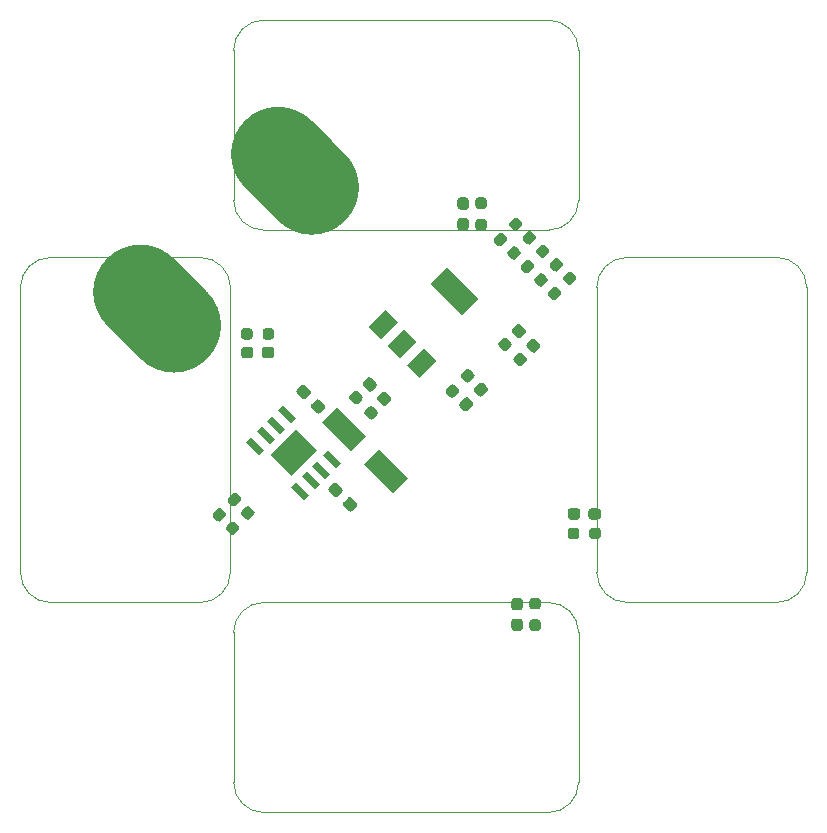
<source format=gbr>
%TF.GenerationSoftware,KiCad,Pcbnew,(5.1.8-0-10_14)*%
%TF.CreationDate,2021-02-16T17:48:47+08:00*%
%TF.ProjectId,batt_board,62617474-5f62-46f6-9172-642e6b696361,rev?*%
%TF.SameCoordinates,Original*%
%TF.FileFunction,Paste,Top*%
%TF.FilePolarity,Positive*%
%FSLAX46Y46*%
G04 Gerber Fmt 4.6, Leading zero omitted, Abs format (unit mm)*
G04 Created by KiCad (PCBNEW (5.1.8-0-10_14)) date 2021-02-16 17:48:47*
%MOMM*%
%LPD*%
G01*
G04 APERTURE LIST*
%ADD10C,0.120000*%
%ADD11C,0.100000*%
G04 APERTURE END LIST*
D10*
%TO.C,J3*%
X106410000Y-99060000D02*
X106410000Y-74930000D01*
X103870000Y-72390000D02*
X91170000Y-72390000D01*
X88630000Y-74930000D02*
X88630000Y-99060000D01*
X91170000Y-101600000D02*
X103870000Y-101600000D01*
X106410000Y-74930000D02*
G75*
G03*
X103870000Y-72390000I-2540000J0D01*
G01*
X91170000Y-72390000D02*
G75*
G03*
X88630000Y-74930000I0J-2540000D01*
G01*
X88630000Y-99060000D02*
G75*
G03*
X91170000Y-101600000I2540000J0D01*
G01*
X103870000Y-101600000D02*
G75*
G03*
X106410000Y-99060000I0J2540000D01*
G01*
%TO.C,J5*%
X109220000Y-70080000D02*
X133350000Y-70080000D01*
X135890000Y-67540000D02*
X135890000Y-54840000D01*
X133350000Y-52300000D02*
X109220000Y-52300000D01*
X106680000Y-54840000D02*
X106680000Y-67540000D01*
X133350000Y-70080000D02*
G75*
G03*
X135890000Y-67540000I0J2540000D01*
G01*
X135890000Y-54840000D02*
G75*
G03*
X133350000Y-52300000I-2540000J0D01*
G01*
X109220000Y-52300000D02*
G75*
G03*
X106680000Y-54840000I0J-2540000D01*
G01*
X106680000Y-67540000D02*
G75*
G03*
X109220000Y-70080000I2540000J0D01*
G01*
%TO.C,J4*%
X137430000Y-74930000D02*
X137430000Y-99060000D01*
X139970000Y-101600000D02*
X152670000Y-101600000D01*
X155210000Y-99060000D02*
X155210000Y-74930000D01*
X152670000Y-72390000D02*
X139970000Y-72390000D01*
X137430000Y-99060000D02*
G75*
G03*
X139970000Y-101600000I2540000J0D01*
G01*
X152670000Y-101600000D02*
G75*
G03*
X155210000Y-99060000I0J2540000D01*
G01*
X155210000Y-74930000D02*
G75*
G03*
X152670000Y-72390000I-2540000J0D01*
G01*
X139970000Y-72390000D02*
G75*
G03*
X137430000Y-74930000I0J-2540000D01*
G01*
%TO.C,J2*%
X109220000Y-119380000D02*
X133350000Y-119380000D01*
X135890000Y-116840000D02*
X135890000Y-104140000D01*
X133350000Y-101600000D02*
X109220000Y-101600000D01*
X106680000Y-104140000D02*
X106680000Y-116840000D01*
X133350000Y-119380000D02*
G75*
G03*
X135890000Y-116840000I0J2540000D01*
G01*
X135890000Y-104140000D02*
G75*
G03*
X133350000Y-101600000I-2540000J0D01*
G01*
X109220000Y-101600000D02*
G75*
G03*
X106680000Y-104140000I0J-2540000D01*
G01*
X106680000Y-116840000D02*
G75*
G03*
X109220000Y-119380000I2540000J0D01*
G01*
%TD*%
%TO.C,J11*%
G36*
G01*
X110462479Y-69294359D02*
X107634051Y-66465931D01*
G75*
G02*
X107634051Y-60809077I2828427J2828427D01*
G01*
X107634051Y-60809077D01*
G75*
G02*
X113290905Y-60809077I2828427J-2828427D01*
G01*
X116119333Y-63637505D01*
G75*
G02*
X116119333Y-69294359I-2828427J-2828427D01*
G01*
X116119333Y-69294359D01*
G75*
G02*
X110462479Y-69294359I-2828427J2828427D01*
G01*
G37*
G36*
G01*
X98788146Y-80968692D02*
X95959718Y-78140264D01*
G75*
G02*
X95959718Y-72483410I2828427J2828427D01*
G01*
X95959718Y-72483410D01*
G75*
G02*
X101616572Y-72483410I2828427J-2828427D01*
G01*
X104445000Y-75311838D01*
G75*
G02*
X104445000Y-80968692I-2828427J-2828427D01*
G01*
X104445000Y-80968692D01*
G75*
G02*
X98788146Y-80968692I-2828427J2828427D01*
G01*
G37*
%TD*%
D11*
%TO.C,U2*%
G36*
X119159491Y-79308478D02*
G01*
X118098831Y-78247818D01*
X119513045Y-76833604D01*
X120573705Y-77894264D01*
X119159491Y-79308478D01*
G37*
G36*
X122412182Y-82561169D02*
G01*
X121351522Y-81500509D01*
X122765736Y-80086295D01*
X123826396Y-81146955D01*
X122412182Y-82561169D01*
G37*
G36*
X120785837Y-80934823D02*
G01*
X119725177Y-79874163D01*
X121139391Y-78459949D01*
X122200051Y-79520609D01*
X120785837Y-80934823D01*
G37*
G36*
X126053782Y-77293224D02*
G01*
X123366776Y-74606218D01*
X124780990Y-73192004D01*
X127467996Y-75879010D01*
X126053782Y-77293224D01*
G37*
%TD*%
%TO.C,U1*%
G36*
X114256087Y-89126274D02*
G01*
X114680351Y-88702010D01*
X115776367Y-89798026D01*
X115352103Y-90222290D01*
X114256087Y-89126274D01*
G37*
G36*
X113358061Y-90024300D02*
G01*
X113782325Y-89600036D01*
X114878341Y-90696052D01*
X114454077Y-91120316D01*
X113358061Y-90024300D01*
G37*
G36*
X112460036Y-90922325D02*
G01*
X112884300Y-90498061D01*
X113980316Y-91594077D01*
X113556052Y-92018341D01*
X112460036Y-90922325D01*
G37*
G36*
X111562010Y-91820351D02*
G01*
X111986274Y-91396087D01*
X113082290Y-92492103D01*
X112658026Y-92916367D01*
X111562010Y-91820351D01*
G37*
G36*
X107743633Y-88001974D02*
G01*
X108167897Y-87577710D01*
X109263913Y-88673726D01*
X108839649Y-89097990D01*
X107743633Y-88001974D01*
G37*
G36*
X108641659Y-87103948D02*
G01*
X109065923Y-86679684D01*
X110161939Y-87775700D01*
X109737675Y-88199964D01*
X108641659Y-87103948D01*
G37*
G36*
X109539684Y-86205923D02*
G01*
X109963948Y-85781659D01*
X111059964Y-86877675D01*
X110635700Y-87301939D01*
X109539684Y-86205923D01*
G37*
G36*
X110437710Y-85307897D02*
G01*
X110861974Y-84883633D01*
X111957990Y-85979649D01*
X111533726Y-86403913D01*
X110437710Y-85307897D01*
G37*
G36*
X109744746Y-89076777D02*
G01*
X111936777Y-86884746D01*
X113775254Y-88723223D01*
X111583223Y-90915254D01*
X109744746Y-89076777D01*
G37*
%TD*%
%TO.C,R13*%
G36*
G01*
X134024542Y-74935582D02*
X134360418Y-75271458D01*
G75*
G02*
X134360418Y-75607334I-167938J-167938D01*
G01*
X134006864Y-75960888D01*
G75*
G02*
X133670988Y-75960888I-167938J167938D01*
G01*
X133335112Y-75625012D01*
G75*
G02*
X133335112Y-75289136I167938J167938D01*
G01*
X133688666Y-74935582D01*
G75*
G02*
X134024542Y-74935582I167938J-167938D01*
G01*
G37*
G36*
G01*
X135315012Y-73645112D02*
X135650888Y-73980988D01*
G75*
G02*
X135650888Y-74316864I-167938J-167938D01*
G01*
X135297334Y-74670418D01*
G75*
G02*
X134961458Y-74670418I-167938J167938D01*
G01*
X134625582Y-74334542D01*
G75*
G02*
X134625582Y-73998666I167938J167938D01*
G01*
X134979136Y-73645112D01*
G75*
G02*
X135315012Y-73645112I167938J-167938D01*
G01*
G37*
%TD*%
%TO.C,R12*%
G36*
G01*
X133818458Y-73527418D02*
X133482582Y-73191542D01*
G75*
G02*
X133482582Y-72855666I167938J167938D01*
G01*
X133836136Y-72502112D01*
G75*
G02*
X134172012Y-72502112I167938J-167938D01*
G01*
X134507888Y-72837988D01*
G75*
G02*
X134507888Y-73173864I-167938J-167938D01*
G01*
X134154334Y-73527418D01*
G75*
G02*
X133818458Y-73527418I-167938J167938D01*
G01*
G37*
G36*
G01*
X132527988Y-74817888D02*
X132192112Y-74482012D01*
G75*
G02*
X132192112Y-74146136I167938J167938D01*
G01*
X132545666Y-73792582D01*
G75*
G02*
X132881542Y-73792582I167938J-167938D01*
G01*
X133217418Y-74128458D01*
G75*
G02*
X133217418Y-74464334I-167938J-167938D01*
G01*
X132863864Y-74817888D01*
G75*
G02*
X132527988Y-74817888I-167938J167938D01*
G01*
G37*
%TD*%
%TO.C,R11*%
G36*
G01*
X132675458Y-72384418D02*
X132339582Y-72048542D01*
G75*
G02*
X132339582Y-71712666I167938J167938D01*
G01*
X132693136Y-71359112D01*
G75*
G02*
X133029012Y-71359112I167938J-167938D01*
G01*
X133364888Y-71694988D01*
G75*
G02*
X133364888Y-72030864I-167938J-167938D01*
G01*
X133011334Y-72384418D01*
G75*
G02*
X132675458Y-72384418I-167938J167938D01*
G01*
G37*
G36*
G01*
X131384988Y-73674888D02*
X131049112Y-73339012D01*
G75*
G02*
X131049112Y-73003136I167938J167938D01*
G01*
X131402666Y-72649582D01*
G75*
G02*
X131738542Y-72649582I167938J-167938D01*
G01*
X132074418Y-72985458D01*
G75*
G02*
X132074418Y-73321334I-167938J-167938D01*
G01*
X131720864Y-73674888D01*
G75*
G02*
X131384988Y-73674888I-167938J167938D01*
G01*
G37*
%TD*%
%TO.C,R10*%
G36*
G01*
X131532458Y-71241418D02*
X131196582Y-70905542D01*
G75*
G02*
X131196582Y-70569666I167938J167938D01*
G01*
X131550136Y-70216112D01*
G75*
G02*
X131886012Y-70216112I167938J-167938D01*
G01*
X132221888Y-70551988D01*
G75*
G02*
X132221888Y-70887864I-167938J-167938D01*
G01*
X131868334Y-71241418D01*
G75*
G02*
X131532458Y-71241418I-167938J167938D01*
G01*
G37*
G36*
G01*
X130241988Y-72531888D02*
X129906112Y-72196012D01*
G75*
G02*
X129906112Y-71860136I167938J167938D01*
G01*
X130259666Y-71506582D01*
G75*
G02*
X130595542Y-71506582I167938J-167938D01*
G01*
X130931418Y-71842458D01*
G75*
G02*
X130931418Y-72178334I-167938J-167938D01*
G01*
X130577864Y-72531888D01*
G75*
G02*
X130241988Y-72531888I-167938J167938D01*
G01*
G37*
%TD*%
%TO.C,R9*%
G36*
G01*
X130389458Y-70098418D02*
X130053582Y-69762542D01*
G75*
G02*
X130053582Y-69426666I167938J167938D01*
G01*
X130407136Y-69073112D01*
G75*
G02*
X130743012Y-69073112I167938J-167938D01*
G01*
X131078888Y-69408988D01*
G75*
G02*
X131078888Y-69744864I-167938J-167938D01*
G01*
X130725334Y-70098418D01*
G75*
G02*
X130389458Y-70098418I-167938J167938D01*
G01*
G37*
G36*
G01*
X129098988Y-71388888D02*
X128763112Y-71053012D01*
G75*
G02*
X128763112Y-70717136I167938J167938D01*
G01*
X129116666Y-70363582D01*
G75*
G02*
X129452542Y-70363582I167938J-167938D01*
G01*
X129788418Y-70699458D01*
G75*
G02*
X129788418Y-71035334I-167938J-167938D01*
G01*
X129434864Y-71388888D01*
G75*
G02*
X129098988Y-71388888I-167938J167938D01*
G01*
G37*
%TD*%
%TO.C,R8*%
G36*
G01*
X130434582Y-80859458D02*
X130770458Y-80523582D01*
G75*
G02*
X131106334Y-80523582I167938J-167938D01*
G01*
X131459888Y-80877136D01*
G75*
G02*
X131459888Y-81213012I-167938J-167938D01*
G01*
X131124012Y-81548888D01*
G75*
G02*
X130788136Y-81548888I-167938J167938D01*
G01*
X130434582Y-81195334D01*
G75*
G02*
X130434582Y-80859458I167938J167938D01*
G01*
G37*
G36*
G01*
X129144112Y-79568988D02*
X129479988Y-79233112D01*
G75*
G02*
X129815864Y-79233112I167938J-167938D01*
G01*
X130169418Y-79586666D01*
G75*
G02*
X130169418Y-79922542I-167938J-167938D01*
G01*
X129833542Y-80258418D01*
G75*
G02*
X129497666Y-80258418I-167938J167938D01*
G01*
X129144112Y-79904864D01*
G75*
G02*
X129144112Y-79568988I167938J167938D01*
G01*
G37*
%TD*%
%TO.C,R7*%
G36*
G01*
X106576958Y-93402918D02*
X106241082Y-93067042D01*
G75*
G02*
X106241082Y-92731166I167938J167938D01*
G01*
X106594636Y-92377612D01*
G75*
G02*
X106930512Y-92377612I167938J-167938D01*
G01*
X107266388Y-92713488D01*
G75*
G02*
X107266388Y-93049364I-167938J-167938D01*
G01*
X106912834Y-93402918D01*
G75*
G02*
X106576958Y-93402918I-167938J167938D01*
G01*
G37*
G36*
G01*
X105286488Y-94693388D02*
X104950612Y-94357512D01*
G75*
G02*
X104950612Y-94021636I167938J167938D01*
G01*
X105304166Y-93668082D01*
G75*
G02*
X105640042Y-93668082I167938J-167938D01*
G01*
X105975918Y-94003958D01*
G75*
G02*
X105975918Y-94339834I-167938J-167938D01*
G01*
X105622364Y-94693388D01*
G75*
G02*
X105286488Y-94693388I-167938J167938D01*
G01*
G37*
%TD*%
%TO.C,R6*%
G36*
G01*
X106771261Y-94812801D02*
X107107137Y-95148677D01*
G75*
G02*
X107107137Y-95484553I-167938J-167938D01*
G01*
X106753583Y-95838107D01*
G75*
G02*
X106417707Y-95838107I-167938J167938D01*
G01*
X106081831Y-95502231D01*
G75*
G02*
X106081831Y-95166355I167938J167938D01*
G01*
X106435385Y-94812801D01*
G75*
G02*
X106771261Y-94812801I167938J-167938D01*
G01*
G37*
G36*
G01*
X108061731Y-93522331D02*
X108397607Y-93858207D01*
G75*
G02*
X108397607Y-94194083I-167938J-167938D01*
G01*
X108044053Y-94547637D01*
G75*
G02*
X107708177Y-94547637I-167938J167938D01*
G01*
X107372301Y-94211761D01*
G75*
G02*
X107372301Y-93875885I167938J167938D01*
G01*
X107725855Y-93522331D01*
G75*
G02*
X108061731Y-93522331I167938J-167938D01*
G01*
G37*
%TD*%
%TO.C,R5*%
G36*
G01*
X126325458Y-82925418D02*
X125989582Y-82589542D01*
G75*
G02*
X125989582Y-82253666I167938J167938D01*
G01*
X126343136Y-81900112D01*
G75*
G02*
X126679012Y-81900112I167938J-167938D01*
G01*
X127014888Y-82235988D01*
G75*
G02*
X127014888Y-82571864I-167938J-167938D01*
G01*
X126661334Y-82925418D01*
G75*
G02*
X126325458Y-82925418I-167938J167938D01*
G01*
G37*
G36*
G01*
X125034988Y-84215888D02*
X124699112Y-83880012D01*
G75*
G02*
X124699112Y-83544136I167938J167938D01*
G01*
X125052666Y-83190582D01*
G75*
G02*
X125388542Y-83190582I167938J-167938D01*
G01*
X125724418Y-83526458D01*
G75*
G02*
X125724418Y-83862334I-167938J-167938D01*
G01*
X125370864Y-84215888D01*
G75*
G02*
X125034988Y-84215888I-167938J167938D01*
G01*
G37*
%TD*%
%TO.C,R4*%
G36*
G01*
X136799500Y-95995500D02*
X136799500Y-95520500D01*
G75*
G02*
X137037000Y-95283000I237500J0D01*
G01*
X137537000Y-95283000D01*
G75*
G02*
X137774500Y-95520500I0J-237500D01*
G01*
X137774500Y-95995500D01*
G75*
G02*
X137537000Y-96233000I-237500J0D01*
G01*
X137037000Y-96233000D01*
G75*
G02*
X136799500Y-95995500I0J237500D01*
G01*
G37*
G36*
G01*
X134974500Y-95995500D02*
X134974500Y-95520500D01*
G75*
G02*
X135212000Y-95283000I237500J0D01*
G01*
X135712000Y-95283000D01*
G75*
G02*
X135949500Y-95520500I0J-237500D01*
G01*
X135949500Y-95995500D01*
G75*
G02*
X135712000Y-96233000I-237500J0D01*
G01*
X135212000Y-96233000D01*
G75*
G02*
X134974500Y-95995500I0J237500D01*
G01*
G37*
%TD*%
%TO.C,R3*%
G36*
G01*
X127872500Y-68282000D02*
X127397500Y-68282000D01*
G75*
G02*
X127160000Y-68044500I0J237500D01*
G01*
X127160000Y-67544500D01*
G75*
G02*
X127397500Y-67307000I237500J0D01*
G01*
X127872500Y-67307000D01*
G75*
G02*
X128110000Y-67544500I0J-237500D01*
G01*
X128110000Y-68044500D01*
G75*
G02*
X127872500Y-68282000I-237500J0D01*
G01*
G37*
G36*
G01*
X127872500Y-70107000D02*
X127397500Y-70107000D01*
G75*
G02*
X127160000Y-69869500I0J237500D01*
G01*
X127160000Y-69369500D01*
G75*
G02*
X127397500Y-69132000I237500J0D01*
G01*
X127872500Y-69132000D01*
G75*
G02*
X128110000Y-69369500I0J-237500D01*
G01*
X128110000Y-69869500D01*
G75*
G02*
X127872500Y-70107000I-237500J0D01*
G01*
G37*
%TD*%
%TO.C,R2*%
G36*
G01*
X108287000Y-78629500D02*
X108287000Y-79104500D01*
G75*
G02*
X108049500Y-79342000I-237500J0D01*
G01*
X107549500Y-79342000D01*
G75*
G02*
X107312000Y-79104500I0J237500D01*
G01*
X107312000Y-78629500D01*
G75*
G02*
X107549500Y-78392000I237500J0D01*
G01*
X108049500Y-78392000D01*
G75*
G02*
X108287000Y-78629500I0J-237500D01*
G01*
G37*
G36*
G01*
X110112000Y-78629500D02*
X110112000Y-79104500D01*
G75*
G02*
X109874500Y-79342000I-237500J0D01*
G01*
X109374500Y-79342000D01*
G75*
G02*
X109137000Y-79104500I0J237500D01*
G01*
X109137000Y-78629500D01*
G75*
G02*
X109374500Y-78392000I237500J0D01*
G01*
X109874500Y-78392000D01*
G75*
G02*
X110112000Y-78629500I0J-237500D01*
G01*
G37*
%TD*%
%TO.C,R1*%
G36*
G01*
X131969500Y-103041000D02*
X132444500Y-103041000D01*
G75*
G02*
X132682000Y-103278500I0J-237500D01*
G01*
X132682000Y-103778500D01*
G75*
G02*
X132444500Y-104016000I-237500J0D01*
G01*
X131969500Y-104016000D01*
G75*
G02*
X131732000Y-103778500I0J237500D01*
G01*
X131732000Y-103278500D01*
G75*
G02*
X131969500Y-103041000I237500J0D01*
G01*
G37*
G36*
G01*
X131969500Y-101216000D02*
X132444500Y-101216000D01*
G75*
G02*
X132682000Y-101453500I0J-237500D01*
G01*
X132682000Y-101953500D01*
G75*
G02*
X132444500Y-102191000I-237500J0D01*
G01*
X131969500Y-102191000D01*
G75*
G02*
X131732000Y-101953500I0J237500D01*
G01*
X131732000Y-101453500D01*
G75*
G02*
X131969500Y-101216000I237500J0D01*
G01*
G37*
%TD*%
%TO.C,L1*%
G36*
G01*
X117532918Y-84431042D02*
X117197042Y-84766918D01*
G75*
G02*
X116861166Y-84766918I-167938J167938D01*
G01*
X116507612Y-84413364D01*
G75*
G02*
X116507612Y-84077488I167938J167938D01*
G01*
X116843488Y-83741612D01*
G75*
G02*
X117179364Y-83741612I167938J-167938D01*
G01*
X117532918Y-84095166D01*
G75*
G02*
X117532918Y-84431042I-167938J-167938D01*
G01*
G37*
G36*
G01*
X118823388Y-85721512D02*
X118487512Y-86057388D01*
G75*
G02*
X118151636Y-86057388I-167938J167938D01*
G01*
X117798082Y-85703834D01*
G75*
G02*
X117798082Y-85367958I167938J167938D01*
G01*
X118133958Y-85032082D01*
G75*
G02*
X118469834Y-85032082I167938J-167938D01*
G01*
X118823388Y-85385636D01*
G75*
G02*
X118823388Y-85721512I-167938J-167938D01*
G01*
G37*
%TD*%
%TO.C,D7*%
G36*
G01*
X131524549Y-79663425D02*
X131860425Y-79327549D01*
G75*
G02*
X132196301Y-79327549I167938J-167938D01*
G01*
X132602887Y-79734135D01*
G75*
G02*
X132602887Y-80070011I-167938J-167938D01*
G01*
X132267011Y-80405887D01*
G75*
G02*
X131931135Y-80405887I-167938J167938D01*
G01*
X131524549Y-79999301D01*
G75*
G02*
X131524549Y-79663425I167938J167938D01*
G01*
G37*
G36*
G01*
X130287113Y-78425989D02*
X130622989Y-78090113D01*
G75*
G02*
X130958865Y-78090113I167938J-167938D01*
G01*
X131365451Y-78496699D01*
G75*
G02*
X131365451Y-78832575I-167938J-167938D01*
G01*
X131029575Y-79168451D01*
G75*
G02*
X130693699Y-79168451I-167938J167938D01*
G01*
X130287113Y-78761865D01*
G75*
G02*
X130287113Y-78425989I167938J167938D01*
G01*
G37*
%TD*%
%TO.C,D6*%
G36*
X117686434Y-89876226D02*
G01*
X118959226Y-88603434D01*
X121434100Y-91078308D01*
X120161308Y-92351100D01*
X117686434Y-89876226D01*
G37*
G36*
X114150900Y-86340692D02*
G01*
X115423692Y-85067900D01*
X117898566Y-87542774D01*
X116625774Y-88815566D01*
X114150900Y-86340692D01*
G37*
%TD*%
%TO.C,D5*%
G36*
G01*
X127415425Y-84121451D02*
X127079549Y-83785575D01*
G75*
G02*
X127079549Y-83449699I167938J167938D01*
G01*
X127486135Y-83043113D01*
G75*
G02*
X127822011Y-83043113I167938J-167938D01*
G01*
X128157887Y-83378989D01*
G75*
G02*
X128157887Y-83714865I-167938J-167938D01*
G01*
X127751301Y-84121451D01*
G75*
G02*
X127415425Y-84121451I-167938J167938D01*
G01*
G37*
G36*
G01*
X126177989Y-85358887D02*
X125842113Y-85023011D01*
G75*
G02*
X125842113Y-84687135I167938J167938D01*
G01*
X126248699Y-84280549D01*
G75*
G02*
X126584575Y-84280549I167938J-167938D01*
G01*
X126920451Y-84616425D01*
G75*
G02*
X126920451Y-84952301I-167938J-167938D01*
G01*
X126513865Y-85358887D01*
G75*
G02*
X126177989Y-85358887I-167938J167938D01*
G01*
G37*
%TD*%
%TO.C,D4*%
G36*
G01*
X136024500Y-93869500D02*
X136024500Y-94344500D01*
G75*
G02*
X135787000Y-94582000I-237500J0D01*
G01*
X135212000Y-94582000D01*
G75*
G02*
X134974500Y-94344500I0J237500D01*
G01*
X134974500Y-93869500D01*
G75*
G02*
X135212000Y-93632000I237500J0D01*
G01*
X135787000Y-93632000D01*
G75*
G02*
X136024500Y-93869500I0J-237500D01*
G01*
G37*
G36*
G01*
X137774500Y-93869500D02*
X137774500Y-94344500D01*
G75*
G02*
X137537000Y-94582000I-237500J0D01*
G01*
X136962000Y-94582000D01*
G75*
G02*
X136724500Y-94344500I0J237500D01*
G01*
X136724500Y-93869500D01*
G75*
G02*
X136962000Y-93632000I237500J0D01*
G01*
X137537000Y-93632000D01*
G75*
G02*
X137774500Y-93869500I0J-237500D01*
G01*
G37*
%TD*%
%TO.C,D3*%
G36*
G01*
X125873500Y-69057000D02*
X126348500Y-69057000D01*
G75*
G02*
X126586000Y-69294500I0J-237500D01*
G01*
X126586000Y-69869500D01*
G75*
G02*
X126348500Y-70107000I-237500J0D01*
G01*
X125873500Y-70107000D01*
G75*
G02*
X125636000Y-69869500I0J237500D01*
G01*
X125636000Y-69294500D01*
G75*
G02*
X125873500Y-69057000I237500J0D01*
G01*
G37*
G36*
G01*
X125873500Y-67307000D02*
X126348500Y-67307000D01*
G75*
G02*
X126586000Y-67544500I0J-237500D01*
G01*
X126586000Y-68119500D01*
G75*
G02*
X126348500Y-68357000I-237500J0D01*
G01*
X125873500Y-68357000D01*
G75*
G02*
X125636000Y-68119500I0J237500D01*
G01*
X125636000Y-67544500D01*
G75*
G02*
X125873500Y-67307000I237500J0D01*
G01*
G37*
%TD*%
%TO.C,D2*%
G36*
G01*
X109062000Y-80682500D02*
X109062000Y-80207500D01*
G75*
G02*
X109299500Y-79970000I237500J0D01*
G01*
X109874500Y-79970000D01*
G75*
G02*
X110112000Y-80207500I0J-237500D01*
G01*
X110112000Y-80682500D01*
G75*
G02*
X109874500Y-80920000I-237500J0D01*
G01*
X109299500Y-80920000D01*
G75*
G02*
X109062000Y-80682500I0J237500D01*
G01*
G37*
G36*
G01*
X107312000Y-80682500D02*
X107312000Y-80207500D01*
G75*
G02*
X107549500Y-79970000I237500J0D01*
G01*
X108124500Y-79970000D01*
G75*
G02*
X108362000Y-80207500I0J-237500D01*
G01*
X108362000Y-80682500D01*
G75*
G02*
X108124500Y-80920000I-237500J0D01*
G01*
X107549500Y-80920000D01*
G75*
G02*
X107312000Y-80682500I0J237500D01*
G01*
G37*
%TD*%
%TO.C,D1*%
G36*
G01*
X130920500Y-102266000D02*
X130445500Y-102266000D01*
G75*
G02*
X130208000Y-102028500I0J237500D01*
G01*
X130208000Y-101453500D01*
G75*
G02*
X130445500Y-101216000I237500J0D01*
G01*
X130920500Y-101216000D01*
G75*
G02*
X131158000Y-101453500I0J-237500D01*
G01*
X131158000Y-102028500D01*
G75*
G02*
X130920500Y-102266000I-237500J0D01*
G01*
G37*
G36*
G01*
X130920500Y-104016000D02*
X130445500Y-104016000D01*
G75*
G02*
X130208000Y-103778500I0J237500D01*
G01*
X130208000Y-103203500D01*
G75*
G02*
X130445500Y-102966000I237500J0D01*
G01*
X130920500Y-102966000D01*
G75*
G02*
X131158000Y-103203500I0J-237500D01*
G01*
X131158000Y-103778500D01*
G75*
G02*
X130920500Y-104016000I-237500J0D01*
G01*
G37*
%TD*%
%TO.C,C3*%
G36*
G01*
X118870372Y-84154248D02*
X119206248Y-83818372D01*
G75*
G02*
X119542124Y-83818372I167938J-167938D01*
G01*
X119966388Y-84242636D01*
G75*
G02*
X119966388Y-84578512I-167938J-167938D01*
G01*
X119630512Y-84914388D01*
G75*
G02*
X119294636Y-84914388I-167938J167938D01*
G01*
X118870372Y-84490124D01*
G75*
G02*
X118870372Y-84154248I167938J167938D01*
G01*
G37*
G36*
G01*
X117650612Y-82934488D02*
X117986488Y-82598612D01*
G75*
G02*
X118322364Y-82598612I167938J-167938D01*
G01*
X118746628Y-83022876D01*
G75*
G02*
X118746628Y-83358752I-167938J-167938D01*
G01*
X118410752Y-83694628D01*
G75*
G02*
X118074876Y-83694628I-167938J167938D01*
G01*
X117650612Y-83270364D01*
G75*
G02*
X117650612Y-82934488I167938J167938D01*
G01*
G37*
%TD*%
%TO.C,C2*%
G36*
G01*
X113282372Y-84789248D02*
X113618248Y-84453372D01*
G75*
G02*
X113954124Y-84453372I167938J-167938D01*
G01*
X114378388Y-84877636D01*
G75*
G02*
X114378388Y-85213512I-167938J-167938D01*
G01*
X114042512Y-85549388D01*
G75*
G02*
X113706636Y-85549388I-167938J167938D01*
G01*
X113282372Y-85125124D01*
G75*
G02*
X113282372Y-84789248I167938J167938D01*
G01*
G37*
G36*
G01*
X112062612Y-83569488D02*
X112398488Y-83233612D01*
G75*
G02*
X112734364Y-83233612I167938J-167938D01*
G01*
X113158628Y-83657876D01*
G75*
G02*
X113158628Y-83993752I-167938J-167938D01*
G01*
X112822752Y-84329628D01*
G75*
G02*
X112486876Y-84329628I-167938J167938D01*
G01*
X112062612Y-83905364D01*
G75*
G02*
X112062612Y-83569488I167938J167938D01*
G01*
G37*
%TD*%
%TO.C,C1*%
G36*
G01*
X115987752Y-93082628D02*
X116323628Y-92746752D01*
G75*
G02*
X116659504Y-92746752I167938J-167938D01*
G01*
X117083768Y-93171016D01*
G75*
G02*
X117083768Y-93506892I-167938J-167938D01*
G01*
X116747892Y-93842768D01*
G75*
G02*
X116412016Y-93842768I-167938J167938D01*
G01*
X115987752Y-93418504D01*
G75*
G02*
X115987752Y-93082628I167938J167938D01*
G01*
G37*
G36*
G01*
X114767992Y-91862868D02*
X115103868Y-91526992D01*
G75*
G02*
X115439744Y-91526992I167938J-167938D01*
G01*
X115864008Y-91951256D01*
G75*
G02*
X115864008Y-92287132I-167938J-167938D01*
G01*
X115528132Y-92623008D01*
G75*
G02*
X115192256Y-92623008I-167938J167938D01*
G01*
X114767992Y-92198744D01*
G75*
G02*
X114767992Y-91862868I167938J167938D01*
G01*
G37*
%TD*%
M02*

</source>
